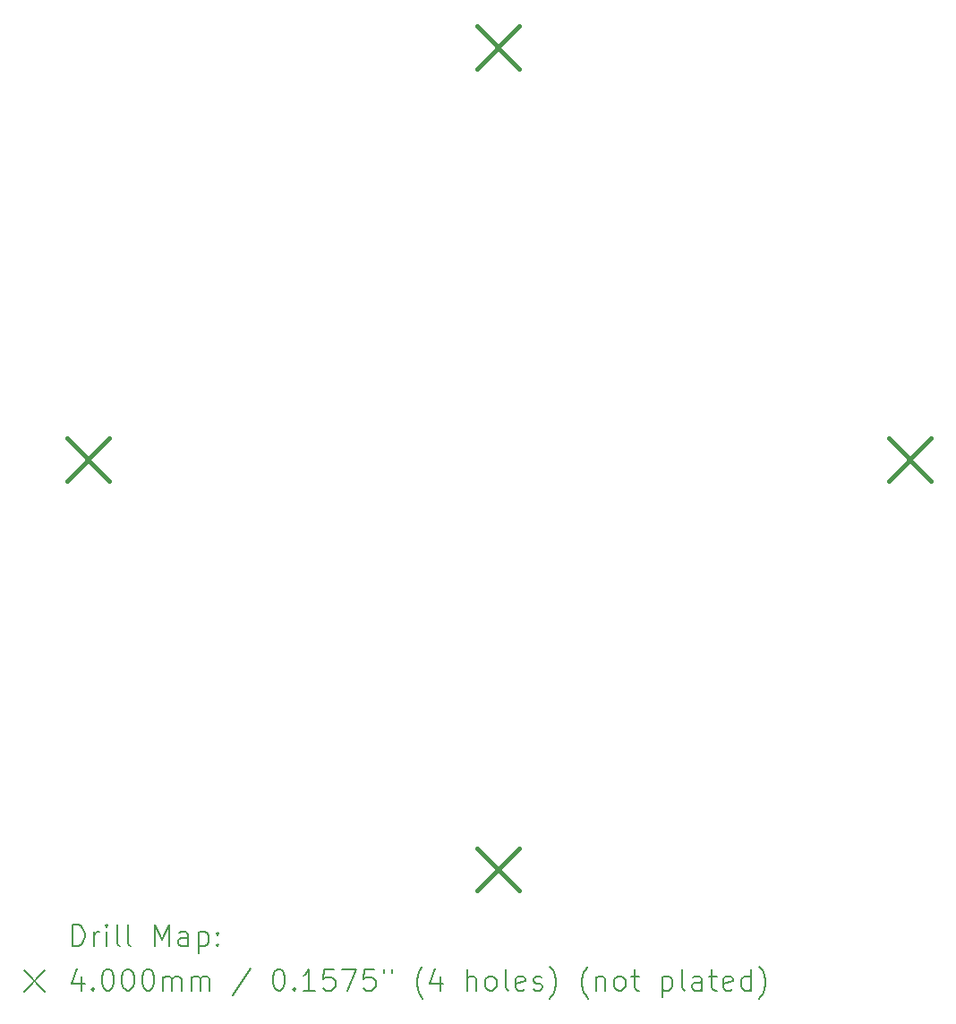
<source format=gbr>
%TF.GenerationSoftware,KiCad,Pcbnew,7.0.6*%
%TF.CreationDate,2023-08-07T22:53:39+02:00*%
%TF.ProjectId,attiny85_time_switch,61747469-6e79-4383-955f-74696d655f73,1.0*%
%TF.SameCoordinates,Original*%
%TF.FileFunction,Drillmap*%
%TF.FilePolarity,Positive*%
%FSLAX45Y45*%
G04 Gerber Fmt 4.5, Leading zero omitted, Abs format (unit mm)*
G04 Created by KiCad (PCBNEW 7.0.6) date 2023-08-07 22:53:39*
%MOMM*%
%LPD*%
G01*
G04 APERTURE LIST*
%ADD10C,0.200000*%
%ADD11C,0.400000*%
G04 APERTURE END LIST*
D10*
D11*
X11070000Y-8935000D02*
X11470000Y-9335000D01*
X11470000Y-8935000D02*
X11070000Y-9335000D01*
X14945000Y-5040000D02*
X15345000Y-5440000D01*
X15345000Y-5040000D02*
X14945000Y-5440000D01*
X14945000Y-12810000D02*
X15345000Y-13210000D01*
X15345000Y-12810000D02*
X14945000Y-13210000D01*
X18840000Y-8935000D02*
X19240000Y-9335000D01*
X19240000Y-8935000D02*
X18840000Y-9335000D01*
D10*
X11120777Y-13731484D02*
X11120777Y-13531484D01*
X11120777Y-13531484D02*
X11168396Y-13531484D01*
X11168396Y-13531484D02*
X11196967Y-13541008D01*
X11196967Y-13541008D02*
X11216015Y-13560055D01*
X11216015Y-13560055D02*
X11225539Y-13579103D01*
X11225539Y-13579103D02*
X11235062Y-13617198D01*
X11235062Y-13617198D02*
X11235062Y-13645769D01*
X11235062Y-13645769D02*
X11225539Y-13683865D01*
X11225539Y-13683865D02*
X11216015Y-13702912D01*
X11216015Y-13702912D02*
X11196967Y-13721960D01*
X11196967Y-13721960D02*
X11168396Y-13731484D01*
X11168396Y-13731484D02*
X11120777Y-13731484D01*
X11320777Y-13731484D02*
X11320777Y-13598150D01*
X11320777Y-13636246D02*
X11330301Y-13617198D01*
X11330301Y-13617198D02*
X11339824Y-13607674D01*
X11339824Y-13607674D02*
X11358872Y-13598150D01*
X11358872Y-13598150D02*
X11377920Y-13598150D01*
X11444586Y-13731484D02*
X11444586Y-13598150D01*
X11444586Y-13531484D02*
X11435062Y-13541008D01*
X11435062Y-13541008D02*
X11444586Y-13550531D01*
X11444586Y-13550531D02*
X11454110Y-13541008D01*
X11454110Y-13541008D02*
X11444586Y-13531484D01*
X11444586Y-13531484D02*
X11444586Y-13550531D01*
X11568396Y-13731484D02*
X11549348Y-13721960D01*
X11549348Y-13721960D02*
X11539824Y-13702912D01*
X11539824Y-13702912D02*
X11539824Y-13531484D01*
X11673158Y-13731484D02*
X11654110Y-13721960D01*
X11654110Y-13721960D02*
X11644586Y-13702912D01*
X11644586Y-13702912D02*
X11644586Y-13531484D01*
X11901729Y-13731484D02*
X11901729Y-13531484D01*
X11901729Y-13531484D02*
X11968396Y-13674341D01*
X11968396Y-13674341D02*
X12035062Y-13531484D01*
X12035062Y-13531484D02*
X12035062Y-13731484D01*
X12216015Y-13731484D02*
X12216015Y-13626722D01*
X12216015Y-13626722D02*
X12206491Y-13607674D01*
X12206491Y-13607674D02*
X12187443Y-13598150D01*
X12187443Y-13598150D02*
X12149348Y-13598150D01*
X12149348Y-13598150D02*
X12130301Y-13607674D01*
X12216015Y-13721960D02*
X12196967Y-13731484D01*
X12196967Y-13731484D02*
X12149348Y-13731484D01*
X12149348Y-13731484D02*
X12130301Y-13721960D01*
X12130301Y-13721960D02*
X12120777Y-13702912D01*
X12120777Y-13702912D02*
X12120777Y-13683865D01*
X12120777Y-13683865D02*
X12130301Y-13664817D01*
X12130301Y-13664817D02*
X12149348Y-13655293D01*
X12149348Y-13655293D02*
X12196967Y-13655293D01*
X12196967Y-13655293D02*
X12216015Y-13645769D01*
X12311253Y-13598150D02*
X12311253Y-13798150D01*
X12311253Y-13607674D02*
X12330301Y-13598150D01*
X12330301Y-13598150D02*
X12368396Y-13598150D01*
X12368396Y-13598150D02*
X12387443Y-13607674D01*
X12387443Y-13607674D02*
X12396967Y-13617198D01*
X12396967Y-13617198D02*
X12406491Y-13636246D01*
X12406491Y-13636246D02*
X12406491Y-13693388D01*
X12406491Y-13693388D02*
X12396967Y-13712436D01*
X12396967Y-13712436D02*
X12387443Y-13721960D01*
X12387443Y-13721960D02*
X12368396Y-13731484D01*
X12368396Y-13731484D02*
X12330301Y-13731484D01*
X12330301Y-13731484D02*
X12311253Y-13721960D01*
X12492205Y-13712436D02*
X12501729Y-13721960D01*
X12501729Y-13721960D02*
X12492205Y-13731484D01*
X12492205Y-13731484D02*
X12482682Y-13721960D01*
X12482682Y-13721960D02*
X12492205Y-13712436D01*
X12492205Y-13712436D02*
X12492205Y-13731484D01*
X12492205Y-13607674D02*
X12501729Y-13617198D01*
X12501729Y-13617198D02*
X12492205Y-13626722D01*
X12492205Y-13626722D02*
X12482682Y-13617198D01*
X12482682Y-13617198D02*
X12492205Y-13607674D01*
X12492205Y-13607674D02*
X12492205Y-13626722D01*
X10660000Y-13960000D02*
X10860000Y-14160000D01*
X10860000Y-13960000D02*
X10660000Y-14160000D01*
X11206491Y-14018150D02*
X11206491Y-14151484D01*
X11158872Y-13941960D02*
X11111253Y-14084817D01*
X11111253Y-14084817D02*
X11235062Y-14084817D01*
X11311253Y-14132436D02*
X11320777Y-14141960D01*
X11320777Y-14141960D02*
X11311253Y-14151484D01*
X11311253Y-14151484D02*
X11301729Y-14141960D01*
X11301729Y-14141960D02*
X11311253Y-14132436D01*
X11311253Y-14132436D02*
X11311253Y-14151484D01*
X11444586Y-13951484D02*
X11463634Y-13951484D01*
X11463634Y-13951484D02*
X11482682Y-13961008D01*
X11482682Y-13961008D02*
X11492205Y-13970531D01*
X11492205Y-13970531D02*
X11501729Y-13989579D01*
X11501729Y-13989579D02*
X11511253Y-14027674D01*
X11511253Y-14027674D02*
X11511253Y-14075293D01*
X11511253Y-14075293D02*
X11501729Y-14113388D01*
X11501729Y-14113388D02*
X11492205Y-14132436D01*
X11492205Y-14132436D02*
X11482682Y-14141960D01*
X11482682Y-14141960D02*
X11463634Y-14151484D01*
X11463634Y-14151484D02*
X11444586Y-14151484D01*
X11444586Y-14151484D02*
X11425539Y-14141960D01*
X11425539Y-14141960D02*
X11416015Y-14132436D01*
X11416015Y-14132436D02*
X11406491Y-14113388D01*
X11406491Y-14113388D02*
X11396967Y-14075293D01*
X11396967Y-14075293D02*
X11396967Y-14027674D01*
X11396967Y-14027674D02*
X11406491Y-13989579D01*
X11406491Y-13989579D02*
X11416015Y-13970531D01*
X11416015Y-13970531D02*
X11425539Y-13961008D01*
X11425539Y-13961008D02*
X11444586Y-13951484D01*
X11635062Y-13951484D02*
X11654110Y-13951484D01*
X11654110Y-13951484D02*
X11673158Y-13961008D01*
X11673158Y-13961008D02*
X11682682Y-13970531D01*
X11682682Y-13970531D02*
X11692205Y-13989579D01*
X11692205Y-13989579D02*
X11701729Y-14027674D01*
X11701729Y-14027674D02*
X11701729Y-14075293D01*
X11701729Y-14075293D02*
X11692205Y-14113388D01*
X11692205Y-14113388D02*
X11682682Y-14132436D01*
X11682682Y-14132436D02*
X11673158Y-14141960D01*
X11673158Y-14141960D02*
X11654110Y-14151484D01*
X11654110Y-14151484D02*
X11635062Y-14151484D01*
X11635062Y-14151484D02*
X11616015Y-14141960D01*
X11616015Y-14141960D02*
X11606491Y-14132436D01*
X11606491Y-14132436D02*
X11596967Y-14113388D01*
X11596967Y-14113388D02*
X11587443Y-14075293D01*
X11587443Y-14075293D02*
X11587443Y-14027674D01*
X11587443Y-14027674D02*
X11596967Y-13989579D01*
X11596967Y-13989579D02*
X11606491Y-13970531D01*
X11606491Y-13970531D02*
X11616015Y-13961008D01*
X11616015Y-13961008D02*
X11635062Y-13951484D01*
X11825539Y-13951484D02*
X11844586Y-13951484D01*
X11844586Y-13951484D02*
X11863634Y-13961008D01*
X11863634Y-13961008D02*
X11873158Y-13970531D01*
X11873158Y-13970531D02*
X11882682Y-13989579D01*
X11882682Y-13989579D02*
X11892205Y-14027674D01*
X11892205Y-14027674D02*
X11892205Y-14075293D01*
X11892205Y-14075293D02*
X11882682Y-14113388D01*
X11882682Y-14113388D02*
X11873158Y-14132436D01*
X11873158Y-14132436D02*
X11863634Y-14141960D01*
X11863634Y-14141960D02*
X11844586Y-14151484D01*
X11844586Y-14151484D02*
X11825539Y-14151484D01*
X11825539Y-14151484D02*
X11806491Y-14141960D01*
X11806491Y-14141960D02*
X11796967Y-14132436D01*
X11796967Y-14132436D02*
X11787443Y-14113388D01*
X11787443Y-14113388D02*
X11777920Y-14075293D01*
X11777920Y-14075293D02*
X11777920Y-14027674D01*
X11777920Y-14027674D02*
X11787443Y-13989579D01*
X11787443Y-13989579D02*
X11796967Y-13970531D01*
X11796967Y-13970531D02*
X11806491Y-13961008D01*
X11806491Y-13961008D02*
X11825539Y-13951484D01*
X11977920Y-14151484D02*
X11977920Y-14018150D01*
X11977920Y-14037198D02*
X11987443Y-14027674D01*
X11987443Y-14027674D02*
X12006491Y-14018150D01*
X12006491Y-14018150D02*
X12035063Y-14018150D01*
X12035063Y-14018150D02*
X12054110Y-14027674D01*
X12054110Y-14027674D02*
X12063634Y-14046722D01*
X12063634Y-14046722D02*
X12063634Y-14151484D01*
X12063634Y-14046722D02*
X12073158Y-14027674D01*
X12073158Y-14027674D02*
X12092205Y-14018150D01*
X12092205Y-14018150D02*
X12120777Y-14018150D01*
X12120777Y-14018150D02*
X12139824Y-14027674D01*
X12139824Y-14027674D02*
X12149348Y-14046722D01*
X12149348Y-14046722D02*
X12149348Y-14151484D01*
X12244586Y-14151484D02*
X12244586Y-14018150D01*
X12244586Y-14037198D02*
X12254110Y-14027674D01*
X12254110Y-14027674D02*
X12273158Y-14018150D01*
X12273158Y-14018150D02*
X12301729Y-14018150D01*
X12301729Y-14018150D02*
X12320777Y-14027674D01*
X12320777Y-14027674D02*
X12330301Y-14046722D01*
X12330301Y-14046722D02*
X12330301Y-14151484D01*
X12330301Y-14046722D02*
X12339824Y-14027674D01*
X12339824Y-14027674D02*
X12358872Y-14018150D01*
X12358872Y-14018150D02*
X12387443Y-14018150D01*
X12387443Y-14018150D02*
X12406491Y-14027674D01*
X12406491Y-14027674D02*
X12416015Y-14046722D01*
X12416015Y-14046722D02*
X12416015Y-14151484D01*
X12806491Y-13941960D02*
X12635063Y-14199103D01*
X13063634Y-13951484D02*
X13082682Y-13951484D01*
X13082682Y-13951484D02*
X13101729Y-13961008D01*
X13101729Y-13961008D02*
X13111253Y-13970531D01*
X13111253Y-13970531D02*
X13120777Y-13989579D01*
X13120777Y-13989579D02*
X13130301Y-14027674D01*
X13130301Y-14027674D02*
X13130301Y-14075293D01*
X13130301Y-14075293D02*
X13120777Y-14113388D01*
X13120777Y-14113388D02*
X13111253Y-14132436D01*
X13111253Y-14132436D02*
X13101729Y-14141960D01*
X13101729Y-14141960D02*
X13082682Y-14151484D01*
X13082682Y-14151484D02*
X13063634Y-14151484D01*
X13063634Y-14151484D02*
X13044586Y-14141960D01*
X13044586Y-14141960D02*
X13035063Y-14132436D01*
X13035063Y-14132436D02*
X13025539Y-14113388D01*
X13025539Y-14113388D02*
X13016015Y-14075293D01*
X13016015Y-14075293D02*
X13016015Y-14027674D01*
X13016015Y-14027674D02*
X13025539Y-13989579D01*
X13025539Y-13989579D02*
X13035063Y-13970531D01*
X13035063Y-13970531D02*
X13044586Y-13961008D01*
X13044586Y-13961008D02*
X13063634Y-13951484D01*
X13216015Y-14132436D02*
X13225539Y-14141960D01*
X13225539Y-14141960D02*
X13216015Y-14151484D01*
X13216015Y-14151484D02*
X13206491Y-14141960D01*
X13206491Y-14141960D02*
X13216015Y-14132436D01*
X13216015Y-14132436D02*
X13216015Y-14151484D01*
X13416015Y-14151484D02*
X13301729Y-14151484D01*
X13358872Y-14151484D02*
X13358872Y-13951484D01*
X13358872Y-13951484D02*
X13339825Y-13980055D01*
X13339825Y-13980055D02*
X13320777Y-13999103D01*
X13320777Y-13999103D02*
X13301729Y-14008627D01*
X13596967Y-13951484D02*
X13501729Y-13951484D01*
X13501729Y-13951484D02*
X13492206Y-14046722D01*
X13492206Y-14046722D02*
X13501729Y-14037198D01*
X13501729Y-14037198D02*
X13520777Y-14027674D01*
X13520777Y-14027674D02*
X13568396Y-14027674D01*
X13568396Y-14027674D02*
X13587444Y-14037198D01*
X13587444Y-14037198D02*
X13596967Y-14046722D01*
X13596967Y-14046722D02*
X13606491Y-14065769D01*
X13606491Y-14065769D02*
X13606491Y-14113388D01*
X13606491Y-14113388D02*
X13596967Y-14132436D01*
X13596967Y-14132436D02*
X13587444Y-14141960D01*
X13587444Y-14141960D02*
X13568396Y-14151484D01*
X13568396Y-14151484D02*
X13520777Y-14151484D01*
X13520777Y-14151484D02*
X13501729Y-14141960D01*
X13501729Y-14141960D02*
X13492206Y-14132436D01*
X13673158Y-13951484D02*
X13806491Y-13951484D01*
X13806491Y-13951484D02*
X13720777Y-14151484D01*
X13977920Y-13951484D02*
X13882682Y-13951484D01*
X13882682Y-13951484D02*
X13873158Y-14046722D01*
X13873158Y-14046722D02*
X13882682Y-14037198D01*
X13882682Y-14037198D02*
X13901729Y-14027674D01*
X13901729Y-14027674D02*
X13949348Y-14027674D01*
X13949348Y-14027674D02*
X13968396Y-14037198D01*
X13968396Y-14037198D02*
X13977920Y-14046722D01*
X13977920Y-14046722D02*
X13987444Y-14065769D01*
X13987444Y-14065769D02*
X13987444Y-14113388D01*
X13987444Y-14113388D02*
X13977920Y-14132436D01*
X13977920Y-14132436D02*
X13968396Y-14141960D01*
X13968396Y-14141960D02*
X13949348Y-14151484D01*
X13949348Y-14151484D02*
X13901729Y-14151484D01*
X13901729Y-14151484D02*
X13882682Y-14141960D01*
X13882682Y-14141960D02*
X13873158Y-14132436D01*
X14063634Y-13951484D02*
X14063634Y-13989579D01*
X14139825Y-13951484D02*
X14139825Y-13989579D01*
X14435063Y-14227674D02*
X14425539Y-14218150D01*
X14425539Y-14218150D02*
X14406491Y-14189579D01*
X14406491Y-14189579D02*
X14396968Y-14170531D01*
X14396968Y-14170531D02*
X14387444Y-14141960D01*
X14387444Y-14141960D02*
X14377920Y-14094341D01*
X14377920Y-14094341D02*
X14377920Y-14056246D01*
X14377920Y-14056246D02*
X14387444Y-14008627D01*
X14387444Y-14008627D02*
X14396968Y-13980055D01*
X14396968Y-13980055D02*
X14406491Y-13961008D01*
X14406491Y-13961008D02*
X14425539Y-13932436D01*
X14425539Y-13932436D02*
X14435063Y-13922912D01*
X14596968Y-14018150D02*
X14596968Y-14151484D01*
X14549348Y-13941960D02*
X14501729Y-14084817D01*
X14501729Y-14084817D02*
X14625539Y-14084817D01*
X14854110Y-14151484D02*
X14854110Y-13951484D01*
X14939825Y-14151484D02*
X14939825Y-14046722D01*
X14939825Y-14046722D02*
X14930301Y-14027674D01*
X14930301Y-14027674D02*
X14911253Y-14018150D01*
X14911253Y-14018150D02*
X14882682Y-14018150D01*
X14882682Y-14018150D02*
X14863634Y-14027674D01*
X14863634Y-14027674D02*
X14854110Y-14037198D01*
X15063634Y-14151484D02*
X15044587Y-14141960D01*
X15044587Y-14141960D02*
X15035063Y-14132436D01*
X15035063Y-14132436D02*
X15025539Y-14113388D01*
X15025539Y-14113388D02*
X15025539Y-14056246D01*
X15025539Y-14056246D02*
X15035063Y-14037198D01*
X15035063Y-14037198D02*
X15044587Y-14027674D01*
X15044587Y-14027674D02*
X15063634Y-14018150D01*
X15063634Y-14018150D02*
X15092206Y-14018150D01*
X15092206Y-14018150D02*
X15111253Y-14027674D01*
X15111253Y-14027674D02*
X15120777Y-14037198D01*
X15120777Y-14037198D02*
X15130301Y-14056246D01*
X15130301Y-14056246D02*
X15130301Y-14113388D01*
X15130301Y-14113388D02*
X15120777Y-14132436D01*
X15120777Y-14132436D02*
X15111253Y-14141960D01*
X15111253Y-14141960D02*
X15092206Y-14151484D01*
X15092206Y-14151484D02*
X15063634Y-14151484D01*
X15244587Y-14151484D02*
X15225539Y-14141960D01*
X15225539Y-14141960D02*
X15216015Y-14122912D01*
X15216015Y-14122912D02*
X15216015Y-13951484D01*
X15396968Y-14141960D02*
X15377920Y-14151484D01*
X15377920Y-14151484D02*
X15339825Y-14151484D01*
X15339825Y-14151484D02*
X15320777Y-14141960D01*
X15320777Y-14141960D02*
X15311253Y-14122912D01*
X15311253Y-14122912D02*
X15311253Y-14046722D01*
X15311253Y-14046722D02*
X15320777Y-14027674D01*
X15320777Y-14027674D02*
X15339825Y-14018150D01*
X15339825Y-14018150D02*
X15377920Y-14018150D01*
X15377920Y-14018150D02*
X15396968Y-14027674D01*
X15396968Y-14027674D02*
X15406491Y-14046722D01*
X15406491Y-14046722D02*
X15406491Y-14065769D01*
X15406491Y-14065769D02*
X15311253Y-14084817D01*
X15482682Y-14141960D02*
X15501730Y-14151484D01*
X15501730Y-14151484D02*
X15539825Y-14151484D01*
X15539825Y-14151484D02*
X15558872Y-14141960D01*
X15558872Y-14141960D02*
X15568396Y-14122912D01*
X15568396Y-14122912D02*
X15568396Y-14113388D01*
X15568396Y-14113388D02*
X15558872Y-14094341D01*
X15558872Y-14094341D02*
X15539825Y-14084817D01*
X15539825Y-14084817D02*
X15511253Y-14084817D01*
X15511253Y-14084817D02*
X15492206Y-14075293D01*
X15492206Y-14075293D02*
X15482682Y-14056246D01*
X15482682Y-14056246D02*
X15482682Y-14046722D01*
X15482682Y-14046722D02*
X15492206Y-14027674D01*
X15492206Y-14027674D02*
X15511253Y-14018150D01*
X15511253Y-14018150D02*
X15539825Y-14018150D01*
X15539825Y-14018150D02*
X15558872Y-14027674D01*
X15635063Y-14227674D02*
X15644587Y-14218150D01*
X15644587Y-14218150D02*
X15663634Y-14189579D01*
X15663634Y-14189579D02*
X15673158Y-14170531D01*
X15673158Y-14170531D02*
X15682682Y-14141960D01*
X15682682Y-14141960D02*
X15692206Y-14094341D01*
X15692206Y-14094341D02*
X15692206Y-14056246D01*
X15692206Y-14056246D02*
X15682682Y-14008627D01*
X15682682Y-14008627D02*
X15673158Y-13980055D01*
X15673158Y-13980055D02*
X15663634Y-13961008D01*
X15663634Y-13961008D02*
X15644587Y-13932436D01*
X15644587Y-13932436D02*
X15635063Y-13922912D01*
X15996968Y-14227674D02*
X15987444Y-14218150D01*
X15987444Y-14218150D02*
X15968396Y-14189579D01*
X15968396Y-14189579D02*
X15958872Y-14170531D01*
X15958872Y-14170531D02*
X15949349Y-14141960D01*
X15949349Y-14141960D02*
X15939825Y-14094341D01*
X15939825Y-14094341D02*
X15939825Y-14056246D01*
X15939825Y-14056246D02*
X15949349Y-14008627D01*
X15949349Y-14008627D02*
X15958872Y-13980055D01*
X15958872Y-13980055D02*
X15968396Y-13961008D01*
X15968396Y-13961008D02*
X15987444Y-13932436D01*
X15987444Y-13932436D02*
X15996968Y-13922912D01*
X16073158Y-14018150D02*
X16073158Y-14151484D01*
X16073158Y-14037198D02*
X16082682Y-14027674D01*
X16082682Y-14027674D02*
X16101730Y-14018150D01*
X16101730Y-14018150D02*
X16130301Y-14018150D01*
X16130301Y-14018150D02*
X16149349Y-14027674D01*
X16149349Y-14027674D02*
X16158872Y-14046722D01*
X16158872Y-14046722D02*
X16158872Y-14151484D01*
X16282682Y-14151484D02*
X16263634Y-14141960D01*
X16263634Y-14141960D02*
X16254111Y-14132436D01*
X16254111Y-14132436D02*
X16244587Y-14113388D01*
X16244587Y-14113388D02*
X16244587Y-14056246D01*
X16244587Y-14056246D02*
X16254111Y-14037198D01*
X16254111Y-14037198D02*
X16263634Y-14027674D01*
X16263634Y-14027674D02*
X16282682Y-14018150D01*
X16282682Y-14018150D02*
X16311253Y-14018150D01*
X16311253Y-14018150D02*
X16330301Y-14027674D01*
X16330301Y-14027674D02*
X16339825Y-14037198D01*
X16339825Y-14037198D02*
X16349349Y-14056246D01*
X16349349Y-14056246D02*
X16349349Y-14113388D01*
X16349349Y-14113388D02*
X16339825Y-14132436D01*
X16339825Y-14132436D02*
X16330301Y-14141960D01*
X16330301Y-14141960D02*
X16311253Y-14151484D01*
X16311253Y-14151484D02*
X16282682Y-14151484D01*
X16406492Y-14018150D02*
X16482682Y-14018150D01*
X16435063Y-13951484D02*
X16435063Y-14122912D01*
X16435063Y-14122912D02*
X16444587Y-14141960D01*
X16444587Y-14141960D02*
X16463634Y-14151484D01*
X16463634Y-14151484D02*
X16482682Y-14151484D01*
X16701730Y-14018150D02*
X16701730Y-14218150D01*
X16701730Y-14027674D02*
X16720777Y-14018150D01*
X16720777Y-14018150D02*
X16758873Y-14018150D01*
X16758873Y-14018150D02*
X16777920Y-14027674D01*
X16777920Y-14027674D02*
X16787444Y-14037198D01*
X16787444Y-14037198D02*
X16796968Y-14056246D01*
X16796968Y-14056246D02*
X16796968Y-14113388D01*
X16796968Y-14113388D02*
X16787444Y-14132436D01*
X16787444Y-14132436D02*
X16777920Y-14141960D01*
X16777920Y-14141960D02*
X16758873Y-14151484D01*
X16758873Y-14151484D02*
X16720777Y-14151484D01*
X16720777Y-14151484D02*
X16701730Y-14141960D01*
X16911254Y-14151484D02*
X16892206Y-14141960D01*
X16892206Y-14141960D02*
X16882682Y-14122912D01*
X16882682Y-14122912D02*
X16882682Y-13951484D01*
X17073158Y-14151484D02*
X17073158Y-14046722D01*
X17073158Y-14046722D02*
X17063635Y-14027674D01*
X17063635Y-14027674D02*
X17044587Y-14018150D01*
X17044587Y-14018150D02*
X17006492Y-14018150D01*
X17006492Y-14018150D02*
X16987444Y-14027674D01*
X17073158Y-14141960D02*
X17054111Y-14151484D01*
X17054111Y-14151484D02*
X17006492Y-14151484D01*
X17006492Y-14151484D02*
X16987444Y-14141960D01*
X16987444Y-14141960D02*
X16977920Y-14122912D01*
X16977920Y-14122912D02*
X16977920Y-14103865D01*
X16977920Y-14103865D02*
X16987444Y-14084817D01*
X16987444Y-14084817D02*
X17006492Y-14075293D01*
X17006492Y-14075293D02*
X17054111Y-14075293D01*
X17054111Y-14075293D02*
X17073158Y-14065769D01*
X17139825Y-14018150D02*
X17216015Y-14018150D01*
X17168396Y-13951484D02*
X17168396Y-14122912D01*
X17168396Y-14122912D02*
X17177920Y-14141960D01*
X17177920Y-14141960D02*
X17196968Y-14151484D01*
X17196968Y-14151484D02*
X17216015Y-14151484D01*
X17358873Y-14141960D02*
X17339825Y-14151484D01*
X17339825Y-14151484D02*
X17301730Y-14151484D01*
X17301730Y-14151484D02*
X17282682Y-14141960D01*
X17282682Y-14141960D02*
X17273158Y-14122912D01*
X17273158Y-14122912D02*
X17273158Y-14046722D01*
X17273158Y-14046722D02*
X17282682Y-14027674D01*
X17282682Y-14027674D02*
X17301730Y-14018150D01*
X17301730Y-14018150D02*
X17339825Y-14018150D01*
X17339825Y-14018150D02*
X17358873Y-14027674D01*
X17358873Y-14027674D02*
X17368396Y-14046722D01*
X17368396Y-14046722D02*
X17368396Y-14065769D01*
X17368396Y-14065769D02*
X17273158Y-14084817D01*
X17539825Y-14151484D02*
X17539825Y-13951484D01*
X17539825Y-14141960D02*
X17520777Y-14151484D01*
X17520777Y-14151484D02*
X17482682Y-14151484D01*
X17482682Y-14151484D02*
X17463635Y-14141960D01*
X17463635Y-14141960D02*
X17454111Y-14132436D01*
X17454111Y-14132436D02*
X17444587Y-14113388D01*
X17444587Y-14113388D02*
X17444587Y-14056246D01*
X17444587Y-14056246D02*
X17454111Y-14037198D01*
X17454111Y-14037198D02*
X17463635Y-14027674D01*
X17463635Y-14027674D02*
X17482682Y-14018150D01*
X17482682Y-14018150D02*
X17520777Y-14018150D01*
X17520777Y-14018150D02*
X17539825Y-14027674D01*
X17616016Y-14227674D02*
X17625539Y-14218150D01*
X17625539Y-14218150D02*
X17644587Y-14189579D01*
X17644587Y-14189579D02*
X17654111Y-14170531D01*
X17654111Y-14170531D02*
X17663635Y-14141960D01*
X17663635Y-14141960D02*
X17673158Y-14094341D01*
X17673158Y-14094341D02*
X17673158Y-14056246D01*
X17673158Y-14056246D02*
X17663635Y-14008627D01*
X17663635Y-14008627D02*
X17654111Y-13980055D01*
X17654111Y-13980055D02*
X17644587Y-13961008D01*
X17644587Y-13961008D02*
X17625539Y-13932436D01*
X17625539Y-13932436D02*
X17616016Y-13922912D01*
M02*

</source>
